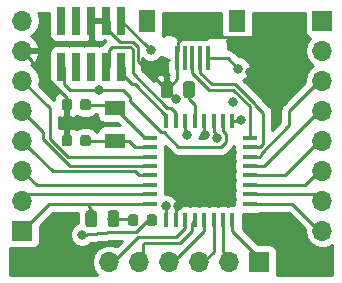
<source format=gbr>
G04 #@! TF.GenerationSoftware,KiCad,Pcbnew,(5.0.1)-rc2*
G04 #@! TF.CreationDate,2019-05-10T17:24:36-07:00*
G04 #@! TF.ProjectId,SAMD21E,53414D443231452E6B696361645F7063,rev?*
G04 #@! TF.SameCoordinates,Original*
G04 #@! TF.FileFunction,Copper,L1,Top,Signal*
G04 #@! TF.FilePolarity,Positive*
%FSLAX46Y46*%
G04 Gerber Fmt 4.6, Leading zero omitted, Abs format (unit mm)*
G04 Created by KiCad (PCBNEW (5.0.1)-rc2) date 5/10/2019 5:24:36 PM*
%MOMM*%
%LPD*%
G01*
G04 APERTURE LIST*
G04 #@! TA.AperFunction,Conductor*
%ADD10C,0.100000*%
G04 #@! TD*
G04 #@! TA.AperFunction,SMDPad,CuDef*
%ADD11C,0.875000*%
G04 #@! TD*
G04 #@! TA.AperFunction,SMDPad,CuDef*
%ADD12C,0.975000*%
G04 #@! TD*
G04 #@! TA.AperFunction,ComponentPad*
%ADD13R,1.700000X1.700000*%
G04 #@! TD*
G04 #@! TA.AperFunction,ComponentPad*
%ADD14O,1.700000X1.700000*%
G04 #@! TD*
G04 #@! TA.AperFunction,SMDPad,CuDef*
%ADD15R,0.740000X2.400000*%
G04 #@! TD*
G04 #@! TA.AperFunction,SMDPad,CuDef*
%ADD16R,0.449580X1.300480*%
G04 #@! TD*
G04 #@! TA.AperFunction,SMDPad,CuDef*
%ADD17R,1.300480X0.449580*%
G04 #@! TD*
G04 #@! TA.AperFunction,SMDPad,CuDef*
%ADD18R,1.800000X1.300000*%
G04 #@! TD*
G04 #@! TA.AperFunction,SMDPad,CuDef*
%ADD19R,0.400000X2.000000*%
G04 #@! TD*
G04 #@! TA.AperFunction,SMDPad,CuDef*
%ADD20R,1.400000X1.900000*%
G04 #@! TD*
G04 #@! TA.AperFunction,ViaPad*
%ADD21C,0.800000*%
G04 #@! TD*
G04 #@! TA.AperFunction,Conductor*
%ADD22C,0.250000*%
G04 #@! TD*
G04 #@! TA.AperFunction,Conductor*
%ADD23C,0.254000*%
G04 #@! TD*
G04 APERTURE END LIST*
D10*
G04 #@! TO.N,Net-(C1-Pad2)*
G04 #@! TO.C,C1*
G36*
X150608191Y-98078053D02*
X150629426Y-98081203D01*
X150650250Y-98086419D01*
X150670462Y-98093651D01*
X150689868Y-98102830D01*
X150708281Y-98113866D01*
X150725524Y-98126654D01*
X150741430Y-98141070D01*
X150755846Y-98156976D01*
X150768634Y-98174219D01*
X150779670Y-98192632D01*
X150788849Y-98212038D01*
X150796081Y-98232250D01*
X150801297Y-98253074D01*
X150804447Y-98274309D01*
X150805500Y-98295750D01*
X150805500Y-98808250D01*
X150804447Y-98829691D01*
X150801297Y-98850926D01*
X150796081Y-98871750D01*
X150788849Y-98891962D01*
X150779670Y-98911368D01*
X150768634Y-98929781D01*
X150755846Y-98947024D01*
X150741430Y-98962930D01*
X150725524Y-98977346D01*
X150708281Y-98990134D01*
X150689868Y-99001170D01*
X150670462Y-99010349D01*
X150650250Y-99017581D01*
X150629426Y-99022797D01*
X150608191Y-99025947D01*
X150586750Y-99027000D01*
X150149250Y-99027000D01*
X150127809Y-99025947D01*
X150106574Y-99022797D01*
X150085750Y-99017581D01*
X150065538Y-99010349D01*
X150046132Y-99001170D01*
X150027719Y-98990134D01*
X150010476Y-98977346D01*
X149994570Y-98962930D01*
X149980154Y-98947024D01*
X149967366Y-98929781D01*
X149956330Y-98911368D01*
X149947151Y-98891962D01*
X149939919Y-98871750D01*
X149934703Y-98850926D01*
X149931553Y-98829691D01*
X149930500Y-98808250D01*
X149930500Y-98295750D01*
X149931553Y-98274309D01*
X149934703Y-98253074D01*
X149939919Y-98232250D01*
X149947151Y-98212038D01*
X149956330Y-98192632D01*
X149967366Y-98174219D01*
X149980154Y-98156976D01*
X149994570Y-98141070D01*
X150010476Y-98126654D01*
X150027719Y-98113866D01*
X150046132Y-98102830D01*
X150065538Y-98093651D01*
X150085750Y-98086419D01*
X150106574Y-98081203D01*
X150127809Y-98078053D01*
X150149250Y-98077000D01*
X150586750Y-98077000D01*
X150608191Y-98078053D01*
X150608191Y-98078053D01*
G37*
D11*
G04 #@! TD*
G04 #@! TO.P,C1,2*
G04 #@! TO.N,Net-(C1-Pad2)*
X150368000Y-98552000D03*
D10*
G04 #@! TO.N,GND*
G04 #@! TO.C,C1*
G36*
X149033191Y-98078053D02*
X149054426Y-98081203D01*
X149075250Y-98086419D01*
X149095462Y-98093651D01*
X149114868Y-98102830D01*
X149133281Y-98113866D01*
X149150524Y-98126654D01*
X149166430Y-98141070D01*
X149180846Y-98156976D01*
X149193634Y-98174219D01*
X149204670Y-98192632D01*
X149213849Y-98212038D01*
X149221081Y-98232250D01*
X149226297Y-98253074D01*
X149229447Y-98274309D01*
X149230500Y-98295750D01*
X149230500Y-98808250D01*
X149229447Y-98829691D01*
X149226297Y-98850926D01*
X149221081Y-98871750D01*
X149213849Y-98891962D01*
X149204670Y-98911368D01*
X149193634Y-98929781D01*
X149180846Y-98947024D01*
X149166430Y-98962930D01*
X149150524Y-98977346D01*
X149133281Y-98990134D01*
X149114868Y-99001170D01*
X149095462Y-99010349D01*
X149075250Y-99017581D01*
X149054426Y-99022797D01*
X149033191Y-99025947D01*
X149011750Y-99027000D01*
X148574250Y-99027000D01*
X148552809Y-99025947D01*
X148531574Y-99022797D01*
X148510750Y-99017581D01*
X148490538Y-99010349D01*
X148471132Y-99001170D01*
X148452719Y-98990134D01*
X148435476Y-98977346D01*
X148419570Y-98962930D01*
X148405154Y-98947024D01*
X148392366Y-98929781D01*
X148381330Y-98911368D01*
X148372151Y-98891962D01*
X148364919Y-98871750D01*
X148359703Y-98850926D01*
X148356553Y-98829691D01*
X148355500Y-98808250D01*
X148355500Y-98295750D01*
X148356553Y-98274309D01*
X148359703Y-98253074D01*
X148364919Y-98232250D01*
X148372151Y-98212038D01*
X148381330Y-98192632D01*
X148392366Y-98174219D01*
X148405154Y-98156976D01*
X148419570Y-98141070D01*
X148435476Y-98126654D01*
X148452719Y-98113866D01*
X148471132Y-98102830D01*
X148490538Y-98093651D01*
X148510750Y-98086419D01*
X148531574Y-98081203D01*
X148552809Y-98078053D01*
X148574250Y-98077000D01*
X149011750Y-98077000D01*
X149033191Y-98078053D01*
X149033191Y-98078053D01*
G37*
D11*
G04 #@! TD*
G04 #@! TO.P,C1,1*
G04 #@! TO.N,GND*
X148793000Y-98552000D03*
D10*
G04 #@! TO.N,GND*
G04 #@! TO.C,C2*
G36*
X149033191Y-101126053D02*
X149054426Y-101129203D01*
X149075250Y-101134419D01*
X149095462Y-101141651D01*
X149114868Y-101150830D01*
X149133281Y-101161866D01*
X149150524Y-101174654D01*
X149166430Y-101189070D01*
X149180846Y-101204976D01*
X149193634Y-101222219D01*
X149204670Y-101240632D01*
X149213849Y-101260038D01*
X149221081Y-101280250D01*
X149226297Y-101301074D01*
X149229447Y-101322309D01*
X149230500Y-101343750D01*
X149230500Y-101856250D01*
X149229447Y-101877691D01*
X149226297Y-101898926D01*
X149221081Y-101919750D01*
X149213849Y-101939962D01*
X149204670Y-101959368D01*
X149193634Y-101977781D01*
X149180846Y-101995024D01*
X149166430Y-102010930D01*
X149150524Y-102025346D01*
X149133281Y-102038134D01*
X149114868Y-102049170D01*
X149095462Y-102058349D01*
X149075250Y-102065581D01*
X149054426Y-102070797D01*
X149033191Y-102073947D01*
X149011750Y-102075000D01*
X148574250Y-102075000D01*
X148552809Y-102073947D01*
X148531574Y-102070797D01*
X148510750Y-102065581D01*
X148490538Y-102058349D01*
X148471132Y-102049170D01*
X148452719Y-102038134D01*
X148435476Y-102025346D01*
X148419570Y-102010930D01*
X148405154Y-101995024D01*
X148392366Y-101977781D01*
X148381330Y-101959368D01*
X148372151Y-101939962D01*
X148364919Y-101919750D01*
X148359703Y-101898926D01*
X148356553Y-101877691D01*
X148355500Y-101856250D01*
X148355500Y-101343750D01*
X148356553Y-101322309D01*
X148359703Y-101301074D01*
X148364919Y-101280250D01*
X148372151Y-101260038D01*
X148381330Y-101240632D01*
X148392366Y-101222219D01*
X148405154Y-101204976D01*
X148419570Y-101189070D01*
X148435476Y-101174654D01*
X148452719Y-101161866D01*
X148471132Y-101150830D01*
X148490538Y-101141651D01*
X148510750Y-101134419D01*
X148531574Y-101129203D01*
X148552809Y-101126053D01*
X148574250Y-101125000D01*
X149011750Y-101125000D01*
X149033191Y-101126053D01*
X149033191Y-101126053D01*
G37*
D11*
G04 #@! TD*
G04 #@! TO.P,C2,1*
G04 #@! TO.N,GND*
X148793000Y-101600000D03*
D10*
G04 #@! TO.N,Net-(C2-Pad2)*
G04 #@! TO.C,C2*
G36*
X150608191Y-101126053D02*
X150629426Y-101129203D01*
X150650250Y-101134419D01*
X150670462Y-101141651D01*
X150689868Y-101150830D01*
X150708281Y-101161866D01*
X150725524Y-101174654D01*
X150741430Y-101189070D01*
X150755846Y-101204976D01*
X150768634Y-101222219D01*
X150779670Y-101240632D01*
X150788849Y-101260038D01*
X150796081Y-101280250D01*
X150801297Y-101301074D01*
X150804447Y-101322309D01*
X150805500Y-101343750D01*
X150805500Y-101856250D01*
X150804447Y-101877691D01*
X150801297Y-101898926D01*
X150796081Y-101919750D01*
X150788849Y-101939962D01*
X150779670Y-101959368D01*
X150768634Y-101977781D01*
X150755846Y-101995024D01*
X150741430Y-102010930D01*
X150725524Y-102025346D01*
X150708281Y-102038134D01*
X150689868Y-102049170D01*
X150670462Y-102058349D01*
X150650250Y-102065581D01*
X150629426Y-102070797D01*
X150608191Y-102073947D01*
X150586750Y-102075000D01*
X150149250Y-102075000D01*
X150127809Y-102073947D01*
X150106574Y-102070797D01*
X150085750Y-102065581D01*
X150065538Y-102058349D01*
X150046132Y-102049170D01*
X150027719Y-102038134D01*
X150010476Y-102025346D01*
X149994570Y-102010930D01*
X149980154Y-101995024D01*
X149967366Y-101977781D01*
X149956330Y-101959368D01*
X149947151Y-101939962D01*
X149939919Y-101919750D01*
X149934703Y-101898926D01*
X149931553Y-101877691D01*
X149930500Y-101856250D01*
X149930500Y-101343750D01*
X149931553Y-101322309D01*
X149934703Y-101301074D01*
X149939919Y-101280250D01*
X149947151Y-101260038D01*
X149956330Y-101240632D01*
X149967366Y-101222219D01*
X149980154Y-101204976D01*
X149994570Y-101189070D01*
X150010476Y-101174654D01*
X150027719Y-101161866D01*
X150046132Y-101150830D01*
X150065538Y-101141651D01*
X150085750Y-101134419D01*
X150106574Y-101129203D01*
X150127809Y-101126053D01*
X150149250Y-101125000D01*
X150586750Y-101125000D01*
X150608191Y-101126053D01*
X150608191Y-101126053D01*
G37*
D11*
G04 #@! TD*
G04 #@! TO.P,C2,2*
G04 #@! TO.N,Net-(C2-Pad2)*
X150368000Y-101600000D03*
D10*
G04 #@! TO.N,/VDDCORE*
G04 #@! TO.C,C8*
G36*
X159398642Y-96583174D02*
X159422303Y-96586684D01*
X159445507Y-96592496D01*
X159468029Y-96600554D01*
X159489653Y-96610782D01*
X159510170Y-96623079D01*
X159529383Y-96637329D01*
X159547107Y-96653393D01*
X159563171Y-96671117D01*
X159577421Y-96690330D01*
X159589718Y-96710847D01*
X159599946Y-96732471D01*
X159608004Y-96754993D01*
X159613816Y-96778197D01*
X159617326Y-96801858D01*
X159618500Y-96825750D01*
X159618500Y-97738250D01*
X159617326Y-97762142D01*
X159613816Y-97785803D01*
X159608004Y-97809007D01*
X159599946Y-97831529D01*
X159589718Y-97853153D01*
X159577421Y-97873670D01*
X159563171Y-97892883D01*
X159547107Y-97910607D01*
X159529383Y-97926671D01*
X159510170Y-97940921D01*
X159489653Y-97953218D01*
X159468029Y-97963446D01*
X159445507Y-97971504D01*
X159422303Y-97977316D01*
X159398642Y-97980826D01*
X159374750Y-97982000D01*
X158887250Y-97982000D01*
X158863358Y-97980826D01*
X158839697Y-97977316D01*
X158816493Y-97971504D01*
X158793971Y-97963446D01*
X158772347Y-97953218D01*
X158751830Y-97940921D01*
X158732617Y-97926671D01*
X158714893Y-97910607D01*
X158698829Y-97892883D01*
X158684579Y-97873670D01*
X158672282Y-97853153D01*
X158662054Y-97831529D01*
X158653996Y-97809007D01*
X158648184Y-97785803D01*
X158644674Y-97762142D01*
X158643500Y-97738250D01*
X158643500Y-96825750D01*
X158644674Y-96801858D01*
X158648184Y-96778197D01*
X158653996Y-96754993D01*
X158662054Y-96732471D01*
X158672282Y-96710847D01*
X158684579Y-96690330D01*
X158698829Y-96671117D01*
X158714893Y-96653393D01*
X158732617Y-96637329D01*
X158751830Y-96623079D01*
X158772347Y-96610782D01*
X158793971Y-96600554D01*
X158816493Y-96592496D01*
X158839697Y-96586684D01*
X158863358Y-96583174D01*
X158887250Y-96582000D01*
X159374750Y-96582000D01*
X159398642Y-96583174D01*
X159398642Y-96583174D01*
G37*
D12*
G04 #@! TD*
G04 #@! TO.P,C8,1*
G04 #@! TO.N,/VDDCORE*
X159131000Y-97282000D03*
D10*
G04 #@! TO.N,GND*
G04 #@! TO.C,C8*
G36*
X157523642Y-96583174D02*
X157547303Y-96586684D01*
X157570507Y-96592496D01*
X157593029Y-96600554D01*
X157614653Y-96610782D01*
X157635170Y-96623079D01*
X157654383Y-96637329D01*
X157672107Y-96653393D01*
X157688171Y-96671117D01*
X157702421Y-96690330D01*
X157714718Y-96710847D01*
X157724946Y-96732471D01*
X157733004Y-96754993D01*
X157738816Y-96778197D01*
X157742326Y-96801858D01*
X157743500Y-96825750D01*
X157743500Y-97738250D01*
X157742326Y-97762142D01*
X157738816Y-97785803D01*
X157733004Y-97809007D01*
X157724946Y-97831529D01*
X157714718Y-97853153D01*
X157702421Y-97873670D01*
X157688171Y-97892883D01*
X157672107Y-97910607D01*
X157654383Y-97926671D01*
X157635170Y-97940921D01*
X157614653Y-97953218D01*
X157593029Y-97963446D01*
X157570507Y-97971504D01*
X157547303Y-97977316D01*
X157523642Y-97980826D01*
X157499750Y-97982000D01*
X157012250Y-97982000D01*
X156988358Y-97980826D01*
X156964697Y-97977316D01*
X156941493Y-97971504D01*
X156918971Y-97963446D01*
X156897347Y-97953218D01*
X156876830Y-97940921D01*
X156857617Y-97926671D01*
X156839893Y-97910607D01*
X156823829Y-97892883D01*
X156809579Y-97873670D01*
X156797282Y-97853153D01*
X156787054Y-97831529D01*
X156778996Y-97809007D01*
X156773184Y-97785803D01*
X156769674Y-97762142D01*
X156768500Y-97738250D01*
X156768500Y-96825750D01*
X156769674Y-96801858D01*
X156773184Y-96778197D01*
X156778996Y-96754993D01*
X156787054Y-96732471D01*
X156797282Y-96710847D01*
X156809579Y-96690330D01*
X156823829Y-96671117D01*
X156839893Y-96653393D01*
X156857617Y-96637329D01*
X156876830Y-96623079D01*
X156897347Y-96610782D01*
X156918971Y-96600554D01*
X156941493Y-96592496D01*
X156964697Y-96586684D01*
X156988358Y-96583174D01*
X157012250Y-96582000D01*
X157499750Y-96582000D01*
X157523642Y-96583174D01*
X157523642Y-96583174D01*
G37*
D12*
G04 #@! TD*
G04 #@! TO.P,C8,2*
G04 #@! TO.N,GND*
X157256000Y-97282000D03*
D13*
G04 #@! TO.P,J2,1*
G04 #@! TO.N,/PA15*
X165100000Y-111887000D03*
D14*
G04 #@! TO.P,J2,2*
G04 #@! TO.N,/PA12*
X162560000Y-111887000D03*
G04 #@! TO.P,J2,3*
G04 #@! TO.N,/PA11*
X160020000Y-111887000D03*
G04 #@! TO.P,J2,4*
G04 #@! TO.N,/PA10*
X157480000Y-111887000D03*
G04 #@! TO.P,J2,5*
G04 #@! TO.N,/PA09*
X154940000Y-111887000D03*
G04 #@! TO.P,J2,6*
G04 #@! TO.N,/PA08*
X152400000Y-111887000D03*
G04 #@! TD*
D15*
G04 #@! TO.P,J5,1*
G04 #@! TO.N,Vdd*
X153416000Y-91440000D03*
G04 #@! TO.P,J5,2*
G04 #@! TO.N,/SWDIO*
X153416000Y-95340000D03*
G04 #@! TO.P,J5,3*
G04 #@! TO.N,GND*
X152146000Y-91440000D03*
G04 #@! TO.P,J5,4*
G04 #@! TO.N,/SWDCLK*
X152146000Y-95340000D03*
G04 #@! TO.P,J5,5*
G04 #@! TO.N,GND*
X150876000Y-91440000D03*
G04 #@! TO.P,J5,6*
G04 #@! TO.N,/SWO*
X150876000Y-95340000D03*
G04 #@! TO.P,J5,7*
G04 #@! TO.N,Net-(J5-Pad7)*
X149606000Y-91440000D03*
G04 #@! TO.P,J5,8*
G04 #@! TO.N,Net-(J5-Pad8)*
X149606000Y-95340000D03*
G04 #@! TO.P,J5,9*
G04 #@! TO.N,Net-(J5-Pad9)*
X148336000Y-91440000D03*
G04 #@! TO.P,J5,10*
G04 #@! TO.N,/RESET*
X148336000Y-95340000D03*
G04 #@! TD*
D16*
G04 #@! TO.P,U1,9*
G04 #@! TO.N,/VDDANA*
X157223460Y-108358940D03*
G04 #@! TO.P,U1,10*
G04 #@! TO.N,GND*
X158021020Y-108358940D03*
G04 #@! TO.P,U1,12*
G04 #@! TO.N,/PA09*
X159621220Y-108358940D03*
G04 #@! TO.P,U1,11*
G04 #@! TO.N,/PA08*
X158823660Y-108358940D03*
G04 #@! TO.P,U1,15*
G04 #@! TO.N,/PA12*
X162018980Y-108358940D03*
G04 #@! TO.P,U1,16*
G04 #@! TO.N,/PA15*
X162816540Y-108358940D03*
G04 #@! TO.P,U1,14*
G04 #@! TO.N,/PA11*
X161216340Y-108358940D03*
G04 #@! TO.P,U1,13*
G04 #@! TO.N,/PA10*
X160418780Y-108358940D03*
G04 #@! TO.P,U1,28*
G04 #@! TO.N,GND*
X160418780Y-99910900D03*
G04 #@! TO.P,U1,27*
G04 #@! TO.N,/PA28*
X161216340Y-99910900D03*
G04 #@! TO.P,U1,25*
G04 #@! TO.N,/PA27*
X162816540Y-99910900D03*
G04 #@! TO.P,U1,26*
G04 #@! TO.N,/RESET*
X162018980Y-99910900D03*
G04 #@! TO.P,U1,30*
G04 #@! TO.N,Vdd*
X158823660Y-99910900D03*
G04 #@! TO.P,U1,29*
G04 #@! TO.N,/VDDCORE*
X159621220Y-99910900D03*
G04 #@! TO.P,U1,31*
G04 #@! TO.N,/SWDCLK*
X158021020Y-99910900D03*
G04 #@! TO.P,U1,32*
G04 #@! TO.N,/SWDIO*
X157223460Y-99910900D03*
D17*
G04 #@! TO.P,U1,22*
G04 #@! TO.N,/PA23*
X164259260Y-102943660D03*
G04 #@! TO.P,U1,24*
G04 #@! TO.N,/USB_DP*
X164259260Y-101343460D03*
G04 #@! TO.P,U1,23*
G04 #@! TO.N,/USB_DM*
X164259260Y-102141020D03*
G04 #@! TO.P,U1,21*
G04 #@! TO.N,/PA22*
X164259260Y-103741220D03*
G04 #@! TO.P,U1,18*
G04 #@! TO.N,/PA17*
X164259260Y-106138980D03*
G04 #@! TO.P,U1,17*
G04 #@! TO.N,/PA16*
X164259260Y-106936540D03*
G04 #@! TO.P,U1,19*
G04 #@! TO.N,/PA18*
X164259260Y-105336340D03*
G04 #@! TO.P,U1,20*
G04 #@! TO.N,/PA19*
X164259260Y-104538780D03*
G04 #@! TO.P,U1,5*
G04 #@! TO.N,/PA04*
X155806140Y-104538780D03*
G04 #@! TO.P,U1,6*
G04 #@! TO.N,/PA05*
X155806140Y-105336340D03*
G04 #@! TO.P,U1,8*
G04 #@! TO.N,/PA07*
X155806140Y-106936540D03*
G04 #@! TO.P,U1,7*
G04 #@! TO.N,/PA06*
X155806140Y-106138980D03*
G04 #@! TO.P,U1,3*
G04 #@! TO.N,/PA02*
X155806140Y-102943660D03*
G04 #@! TO.P,U1,4*
G04 #@! TO.N,/PA03*
X155806140Y-103741220D03*
G04 #@! TO.P,U1,2*
G04 #@! TO.N,Net-(C2-Pad2)*
X155806140Y-102141020D03*
G04 #@! TO.P,U1,1*
G04 #@! TO.N,Net-(C1-Pad2)*
X155806140Y-101343460D03*
G04 #@! TD*
D18*
G04 #@! TO.P,Y1,1*
G04 #@! TO.N,Net-(C1-Pad2)*
X152908000Y-98800000D03*
G04 #@! TO.P,Y1,2*
G04 #@! TO.N,Net-(C2-Pad2)*
X152908000Y-101600000D03*
G04 #@! TD*
D14*
G04 #@! TO.P,J1,8*
G04 #@! TO.N,Vin*
X145034000Y-91440000D03*
G04 #@! TO.P,J1,7*
G04 #@! TO.N,GND*
X145034000Y-93980000D03*
G04 #@! TO.P,J1,6*
G04 #@! TO.N,/PA02*
X145034000Y-96520000D03*
G04 #@! TO.P,J1,5*
G04 #@! TO.N,/PA03*
X145034000Y-99060000D03*
G04 #@! TO.P,J1,4*
G04 #@! TO.N,/PA04*
X145034000Y-101600000D03*
G04 #@! TO.P,J1,3*
G04 #@! TO.N,/PA05*
X145034000Y-104140000D03*
G04 #@! TO.P,J1,2*
G04 #@! TO.N,/PA06*
X145034000Y-106680000D03*
D13*
G04 #@! TO.P,J1,1*
G04 #@! TO.N,/PA07*
X145034000Y-109220000D03*
G04 #@! TD*
G04 #@! TO.P,J3,1*
G04 #@! TO.N,/PA27*
X170434000Y-91440000D03*
D14*
G04 #@! TO.P,J3,2*
G04 #@! TO.N,/PA28*
X170434000Y-93980000D03*
G04 #@! TO.P,J3,3*
G04 #@! TO.N,/PA23*
X170434000Y-96520000D03*
G04 #@! TO.P,J3,4*
G04 #@! TO.N,/PA22*
X170434000Y-99060000D03*
G04 #@! TO.P,J3,5*
G04 #@! TO.N,/PA19*
X170434000Y-101600000D03*
G04 #@! TO.P,J3,6*
G04 #@! TO.N,/PA18*
X170434000Y-104140000D03*
G04 #@! TO.P,J3,7*
G04 #@! TO.N,/PA17*
X170434000Y-106680000D03*
G04 #@! TO.P,J3,8*
G04 #@! TO.N,/PA16*
X170434000Y-109220000D03*
G04 #@! TD*
D19*
G04 #@! TO.P,J4,5*
G04 #@! TO.N,GND*
X158116500Y-94612500D03*
G04 #@! TO.P,J4,4*
G04 #@! TO.N,Net-(J4-Pad4)*
X158766500Y-94612500D03*
G04 #@! TO.P,J4,3*
G04 #@! TO.N,/USB_DP*
X159416500Y-94612500D03*
G04 #@! TO.P,J4,2*
G04 #@! TO.N,/USB_DM*
X160066500Y-94612500D03*
G04 #@! TO.P,J4,1*
G04 #@! TO.N,Vin*
X160716500Y-94612500D03*
D20*
G04 #@! TO.P,J4,*
G04 #@! TO.N,*
X163216500Y-91512500D03*
X155616500Y-91512500D03*
G04 #@! TD*
D10*
G04 #@! TO.N,/PA07*
G04 #@! TO.C,D1*
G36*
X151122842Y-107515334D02*
X151146503Y-107518844D01*
X151169707Y-107524656D01*
X151192229Y-107532714D01*
X151213853Y-107542942D01*
X151234370Y-107555239D01*
X151253583Y-107569489D01*
X151271307Y-107585553D01*
X151287371Y-107603277D01*
X151301621Y-107622490D01*
X151313918Y-107643007D01*
X151324146Y-107664631D01*
X151332204Y-107687153D01*
X151338016Y-107710357D01*
X151341526Y-107734018D01*
X151342700Y-107757910D01*
X151342700Y-108670410D01*
X151341526Y-108694302D01*
X151338016Y-108717963D01*
X151332204Y-108741167D01*
X151324146Y-108763689D01*
X151313918Y-108785313D01*
X151301621Y-108805830D01*
X151287371Y-108825043D01*
X151271307Y-108842767D01*
X151253583Y-108858831D01*
X151234370Y-108873081D01*
X151213853Y-108885378D01*
X151192229Y-108895606D01*
X151169707Y-108903664D01*
X151146503Y-108909476D01*
X151122842Y-108912986D01*
X151098950Y-108914160D01*
X150611450Y-108914160D01*
X150587558Y-108912986D01*
X150563897Y-108909476D01*
X150540693Y-108903664D01*
X150518171Y-108895606D01*
X150496547Y-108885378D01*
X150476030Y-108873081D01*
X150456817Y-108858831D01*
X150439093Y-108842767D01*
X150423029Y-108825043D01*
X150408779Y-108805830D01*
X150396482Y-108785313D01*
X150386254Y-108763689D01*
X150378196Y-108741167D01*
X150372384Y-108717963D01*
X150368874Y-108694302D01*
X150367700Y-108670410D01*
X150367700Y-107757910D01*
X150368874Y-107734018D01*
X150372384Y-107710357D01*
X150378196Y-107687153D01*
X150386254Y-107664631D01*
X150396482Y-107643007D01*
X150408779Y-107622490D01*
X150423029Y-107603277D01*
X150439093Y-107585553D01*
X150456817Y-107569489D01*
X150476030Y-107555239D01*
X150496547Y-107542942D01*
X150518171Y-107532714D01*
X150540693Y-107524656D01*
X150563897Y-107518844D01*
X150587558Y-107515334D01*
X150611450Y-107514160D01*
X151098950Y-107514160D01*
X151122842Y-107515334D01*
X151122842Y-107515334D01*
G37*
D12*
G04 #@! TD*
G04 #@! TO.P,D1,1*
G04 #@! TO.N,/PA07*
X150855200Y-108214160D03*
D10*
G04 #@! TO.N,Net-(D1-Pad2)*
G04 #@! TO.C,D1*
G36*
X152997842Y-107515334D02*
X153021503Y-107518844D01*
X153044707Y-107524656D01*
X153067229Y-107532714D01*
X153088853Y-107542942D01*
X153109370Y-107555239D01*
X153128583Y-107569489D01*
X153146307Y-107585553D01*
X153162371Y-107603277D01*
X153176621Y-107622490D01*
X153188918Y-107643007D01*
X153199146Y-107664631D01*
X153207204Y-107687153D01*
X153213016Y-107710357D01*
X153216526Y-107734018D01*
X153217700Y-107757910D01*
X153217700Y-108670410D01*
X153216526Y-108694302D01*
X153213016Y-108717963D01*
X153207204Y-108741167D01*
X153199146Y-108763689D01*
X153188918Y-108785313D01*
X153176621Y-108805830D01*
X153162371Y-108825043D01*
X153146307Y-108842767D01*
X153128583Y-108858831D01*
X153109370Y-108873081D01*
X153088853Y-108885378D01*
X153067229Y-108895606D01*
X153044707Y-108903664D01*
X153021503Y-108909476D01*
X152997842Y-108912986D01*
X152973950Y-108914160D01*
X152486450Y-108914160D01*
X152462558Y-108912986D01*
X152438897Y-108909476D01*
X152415693Y-108903664D01*
X152393171Y-108895606D01*
X152371547Y-108885378D01*
X152351030Y-108873081D01*
X152331817Y-108858831D01*
X152314093Y-108842767D01*
X152298029Y-108825043D01*
X152283779Y-108805830D01*
X152271482Y-108785313D01*
X152261254Y-108763689D01*
X152253196Y-108741167D01*
X152247384Y-108717963D01*
X152243874Y-108694302D01*
X152242700Y-108670410D01*
X152242700Y-107757910D01*
X152243874Y-107734018D01*
X152247384Y-107710357D01*
X152253196Y-107687153D01*
X152261254Y-107664631D01*
X152271482Y-107643007D01*
X152283779Y-107622490D01*
X152298029Y-107603277D01*
X152314093Y-107585553D01*
X152331817Y-107569489D01*
X152351030Y-107555239D01*
X152371547Y-107542942D01*
X152393171Y-107532714D01*
X152415693Y-107524656D01*
X152438897Y-107518844D01*
X152462558Y-107515334D01*
X152486450Y-107514160D01*
X152973950Y-107514160D01*
X152997842Y-107515334D01*
X152997842Y-107515334D01*
G37*
D12*
G04 #@! TD*
G04 #@! TO.P,D1,2*
G04 #@! TO.N,Net-(D1-Pad2)*
X152730200Y-108214160D03*
D10*
G04 #@! TO.N,Vdd*
G04 #@! TO.C,R2*
G36*
X156221591Y-107851973D02*
X156242826Y-107855123D01*
X156263650Y-107860339D01*
X156283862Y-107867571D01*
X156303268Y-107876750D01*
X156321681Y-107887786D01*
X156338924Y-107900574D01*
X156354830Y-107914990D01*
X156369246Y-107930896D01*
X156382034Y-107948139D01*
X156393070Y-107966552D01*
X156402249Y-107985958D01*
X156409481Y-108006170D01*
X156414697Y-108026994D01*
X156417847Y-108048229D01*
X156418900Y-108069670D01*
X156418900Y-108582170D01*
X156417847Y-108603611D01*
X156414697Y-108624846D01*
X156409481Y-108645670D01*
X156402249Y-108665882D01*
X156393070Y-108685288D01*
X156382034Y-108703701D01*
X156369246Y-108720944D01*
X156354830Y-108736850D01*
X156338924Y-108751266D01*
X156321681Y-108764054D01*
X156303268Y-108775090D01*
X156283862Y-108784269D01*
X156263650Y-108791501D01*
X156242826Y-108796717D01*
X156221591Y-108799867D01*
X156200150Y-108800920D01*
X155762650Y-108800920D01*
X155741209Y-108799867D01*
X155719974Y-108796717D01*
X155699150Y-108791501D01*
X155678938Y-108784269D01*
X155659532Y-108775090D01*
X155641119Y-108764054D01*
X155623876Y-108751266D01*
X155607970Y-108736850D01*
X155593554Y-108720944D01*
X155580766Y-108703701D01*
X155569730Y-108685288D01*
X155560551Y-108665882D01*
X155553319Y-108645670D01*
X155548103Y-108624846D01*
X155544953Y-108603611D01*
X155543900Y-108582170D01*
X155543900Y-108069670D01*
X155544953Y-108048229D01*
X155548103Y-108026994D01*
X155553319Y-108006170D01*
X155560551Y-107985958D01*
X155569730Y-107966552D01*
X155580766Y-107948139D01*
X155593554Y-107930896D01*
X155607970Y-107914990D01*
X155623876Y-107900574D01*
X155641119Y-107887786D01*
X155659532Y-107876750D01*
X155678938Y-107867571D01*
X155699150Y-107860339D01*
X155719974Y-107855123D01*
X155741209Y-107851973D01*
X155762650Y-107850920D01*
X156200150Y-107850920D01*
X156221591Y-107851973D01*
X156221591Y-107851973D01*
G37*
D11*
G04 #@! TD*
G04 #@! TO.P,R2,1*
G04 #@! TO.N,Vdd*
X155981400Y-108325920D03*
D10*
G04 #@! TO.N,Net-(D1-Pad2)*
G04 #@! TO.C,R2*
G36*
X154646591Y-107851973D02*
X154667826Y-107855123D01*
X154688650Y-107860339D01*
X154708862Y-107867571D01*
X154728268Y-107876750D01*
X154746681Y-107887786D01*
X154763924Y-107900574D01*
X154779830Y-107914990D01*
X154794246Y-107930896D01*
X154807034Y-107948139D01*
X154818070Y-107966552D01*
X154827249Y-107985958D01*
X154834481Y-108006170D01*
X154839697Y-108026994D01*
X154842847Y-108048229D01*
X154843900Y-108069670D01*
X154843900Y-108582170D01*
X154842847Y-108603611D01*
X154839697Y-108624846D01*
X154834481Y-108645670D01*
X154827249Y-108665882D01*
X154818070Y-108685288D01*
X154807034Y-108703701D01*
X154794246Y-108720944D01*
X154779830Y-108736850D01*
X154763924Y-108751266D01*
X154746681Y-108764054D01*
X154728268Y-108775090D01*
X154708862Y-108784269D01*
X154688650Y-108791501D01*
X154667826Y-108796717D01*
X154646591Y-108799867D01*
X154625150Y-108800920D01*
X154187650Y-108800920D01*
X154166209Y-108799867D01*
X154144974Y-108796717D01*
X154124150Y-108791501D01*
X154103938Y-108784269D01*
X154084532Y-108775090D01*
X154066119Y-108764054D01*
X154048876Y-108751266D01*
X154032970Y-108736850D01*
X154018554Y-108720944D01*
X154005766Y-108703701D01*
X153994730Y-108685288D01*
X153985551Y-108665882D01*
X153978319Y-108645670D01*
X153973103Y-108624846D01*
X153969953Y-108603611D01*
X153968900Y-108582170D01*
X153968900Y-108069670D01*
X153969953Y-108048229D01*
X153973103Y-108026994D01*
X153978319Y-108006170D01*
X153985551Y-107985958D01*
X153994730Y-107966552D01*
X154005766Y-107948139D01*
X154018554Y-107930896D01*
X154032970Y-107914990D01*
X154048876Y-107900574D01*
X154066119Y-107887786D01*
X154084532Y-107876750D01*
X154103938Y-107867571D01*
X154124150Y-107860339D01*
X154144974Y-107855123D01*
X154166209Y-107851973D01*
X154187650Y-107850920D01*
X154625150Y-107850920D01*
X154646591Y-107851973D01*
X154646591Y-107851973D01*
G37*
D11*
G04 #@! TD*
G04 #@! TO.P,R2,2*
G04 #@! TO.N,Net-(D1-Pad2)*
X154406400Y-108325920D03*
D21*
G04 #@! TO.N,GND*
X160528000Y-101092000D03*
X164338000Y-95758000D03*
X158162503Y-107124500D03*
X165227000Y-108966000D03*
X168719500Y-112141000D03*
X167576500Y-108775500D03*
X165544500Y-91821000D03*
X159512000Y-92456000D03*
X146939000Y-93980000D03*
X147637500Y-97409000D03*
X148971000Y-99885500D03*
X151320500Y-100076000D03*
X158051500Y-98044000D03*
X147807680Y-108712000D03*
X148097240Y-111643160D03*
G04 #@! TO.N,Vdd*
X159004000Y-101092000D03*
X162872847Y-98366153D03*
X155892500Y-93916500D03*
X150073360Y-109570520D03*
G04 #@! TO.N,Vin*
X163322000Y-95504000D03*
G04 #@! TO.N,/VDDANA*
X157162500Y-107124500D03*
G04 #@! TO.N,/RESET*
X151511000Y-97345500D03*
G04 #@! TO.N,/PA28*
X161544000Y-101346000D03*
G04 #@! TO.N,/PA27*
X163534260Y-99822000D03*
G04 #@! TD*
D22*
G04 #@! TO.N,Net-(C1-Pad2)*
X152908000Y-98800000D02*
X153158000Y-98800000D01*
X152660000Y-98552000D02*
X152908000Y-98800000D01*
X150368000Y-98552000D02*
X152660000Y-98552000D01*
X152908000Y-98870770D02*
X152908000Y-98800000D01*
X155380690Y-101343460D02*
X152908000Y-98870770D01*
X155806140Y-101343460D02*
X155380690Y-101343460D01*
G04 #@! TO.N,GND*
X151130000Y-91440000D02*
X152400000Y-91440000D01*
X152400000Y-91440000D02*
X152400000Y-92325002D01*
X160418780Y-99910900D02*
X160418780Y-100982780D01*
X160418780Y-100982780D02*
X160528000Y-101092000D01*
X152400000Y-92325002D02*
X153292998Y-93218000D01*
X153292998Y-93218000D02*
X154368500Y-93218000D01*
X154749500Y-93628088D02*
X154815011Y-93693599D01*
X154368500Y-93218000D02*
X154749500Y-93599000D01*
X154749500Y-93599000D02*
X154749500Y-93628088D01*
X154815011Y-94841011D02*
X156176500Y-96202500D01*
X154815011Y-93693599D02*
X154815011Y-94841011D01*
X155956000Y-95982000D02*
X156176500Y-96202500D01*
X156176500Y-96202500D02*
X157256000Y-97282000D01*
X158116500Y-96421500D02*
X157256000Y-97282000D01*
X158116500Y-94612500D02*
X158116500Y-96421500D01*
X148793000Y-101600000D02*
X148793000Y-98552000D01*
X145883999Y-94829999D02*
X145034000Y-93980000D01*
X145883999Y-95043001D02*
X145883999Y-94829999D01*
X148793000Y-97952002D02*
X145883999Y-95043001D01*
X148793000Y-98552000D02*
X148793000Y-97952002D01*
X158021020Y-108358940D02*
X158021020Y-107265983D01*
X158021020Y-107265983D02*
X158162503Y-107124500D01*
X158946315Y-92456000D02*
X159512000Y-92456000D01*
X158166501Y-93235814D02*
X158946315Y-92456000D01*
X158166501Y-94022501D02*
X158166501Y-93235814D01*
X158116500Y-94072502D02*
X158166501Y-94022501D01*
X158116500Y-94612500D02*
X158116500Y-94072502D01*
X158018000Y-98044000D02*
X157256000Y-97282000D01*
X158051500Y-98044000D02*
X158018000Y-98044000D01*
X159911999Y-92855999D02*
X159512000Y-92456000D01*
X164509501Y-92855999D02*
X159911999Y-92855999D01*
X165544500Y-91821000D02*
X164509501Y-92855999D01*
X165544500Y-94551500D02*
X165544500Y-91821000D01*
X164338000Y-95758000D02*
X165544500Y-94551500D01*
G04 #@! TO.N,Net-(C2-Pad2)*
X150368000Y-101600000D02*
X152908000Y-101600000D01*
X154905900Y-102141020D02*
X155806140Y-102141020D01*
X154599020Y-102141020D02*
X154905900Y-102141020D01*
X154058000Y-101600000D02*
X154599020Y-102141020D01*
X152908000Y-101600000D02*
X154058000Y-101600000D01*
G04 #@! TO.N,Vdd*
X158823660Y-99910900D02*
X158823660Y-100911660D01*
X158823660Y-100911660D02*
X159004000Y-101092000D01*
X150073360Y-109570520D02*
X152626799Y-109341490D01*
X152626799Y-109341490D02*
X154634824Y-109341490D01*
X154634824Y-109341490D02*
X155650394Y-108325920D01*
X155650394Y-108325920D02*
X155981400Y-108325920D01*
X155492501Y-93516501D02*
X153416000Y-91440000D01*
X155892500Y-93916500D02*
X155492501Y-93516501D01*
G04 #@! TO.N,Vin*
X162430500Y-94612500D02*
X163322000Y-95504000D01*
X160716500Y-94612500D02*
X162430500Y-94612500D01*
G04 #@! TO.N,/VDDANA*
X157223460Y-108358940D02*
X157223460Y-107185460D01*
X157223460Y-107185460D02*
X157162500Y-107124500D01*
G04 #@! TO.N,/VDDCORE*
X159621220Y-99010660D02*
X159621220Y-99910900D01*
X159621220Y-98572220D02*
X159621220Y-99010660D01*
X159131000Y-98082000D02*
X159621220Y-98572220D01*
X159131000Y-97282000D02*
X159131000Y-98082000D01*
G04 #@! TO.N,/PA23*
X165246119Y-102690811D02*
X167640000Y-100296930D01*
X167640000Y-99060000D02*
X170180000Y-96520000D01*
X167640000Y-100296930D02*
X167640000Y-99060000D01*
X165159500Y-102943660D02*
X164259260Y-102943660D01*
X165246119Y-102857041D02*
X165159500Y-102943660D01*
X165246119Y-102690811D02*
X165246119Y-102857041D01*
G04 #@! TO.N,/USB_DP*
X164259260Y-98679564D02*
X164259260Y-101343460D01*
X162867205Y-97287509D02*
X164259260Y-98679564D01*
X160841509Y-97287509D02*
X162867205Y-97287509D01*
X159416500Y-94612500D02*
X159416500Y-95862500D01*
X160841509Y-97278009D02*
X160841509Y-97287509D01*
X159426000Y-95862500D02*
X160841509Y-97278009D01*
X159416500Y-95862500D02*
X159426000Y-95862500D01*
G04 #@! TO.N,/USB_DM*
X165159500Y-102141020D02*
X164259260Y-102141020D01*
X160066500Y-95862500D02*
X161041500Y-96837500D01*
X160066500Y-94612500D02*
X160066500Y-95862500D01*
X163053606Y-96837500D02*
X164709269Y-98493163D01*
X161041500Y-96837500D02*
X163053606Y-96837500D01*
X164709269Y-98493163D02*
X164709269Y-98542269D01*
X165417500Y-99250500D02*
X165417500Y-101883020D01*
X164709269Y-98542269D02*
X165417500Y-99250500D01*
X165417500Y-101883020D02*
X165159500Y-102141020D01*
G04 #@! TO.N,/SWDIO*
X153670000Y-96170000D02*
X153670000Y-95340000D01*
X154290000Y-96790000D02*
X153670000Y-96170000D01*
X154532079Y-96790000D02*
X154290000Y-96790000D01*
X157223460Y-99481381D02*
X154532079Y-96790000D01*
X157223460Y-99910900D02*
X157223460Y-99481381D01*
G04 #@! TO.N,/SWDCLK*
X152621990Y-93668010D02*
X152400000Y-93890000D01*
X152400000Y-93890000D02*
X152400000Y-95340000D01*
X154153012Y-93668010D02*
X152621990Y-93668010D01*
X154365001Y-93879999D02*
X154153012Y-93668010D01*
X154365001Y-95895351D02*
X154365001Y-93879999D01*
X157275650Y-98806000D02*
X154365001Y-95895351D01*
X157578592Y-98806000D02*
X157275650Y-98806000D01*
X158021020Y-99248428D02*
X157578592Y-98806000D01*
X158021020Y-99910900D02*
X158021020Y-99248428D01*
G04 #@! TO.N,/RESET*
X162018980Y-99910900D02*
X162018980Y-100674022D01*
X149082000Y-97282000D02*
X148590000Y-96790000D01*
X148590000Y-96790000D02*
X148590000Y-95340000D01*
X150881815Y-97282000D02*
X150749000Y-97282000D01*
X150945315Y-97345500D02*
X150881815Y-97282000D01*
X151511000Y-97345500D02*
X150945315Y-97345500D01*
X150749000Y-97282000D02*
X149082000Y-97282000D01*
X154133001Y-97889999D02*
X153525002Y-97282000D01*
X154133001Y-98280473D02*
X154133001Y-97889999D01*
X153525002Y-97282000D02*
X150749000Y-97282000D01*
X156738669Y-100886141D02*
X154133001Y-98280473D01*
X162018980Y-99910900D02*
X162018980Y-100747978D01*
X162018980Y-100747978D02*
X162269001Y-100997999D01*
X157020141Y-100886141D02*
X156738669Y-100886141D01*
X162269001Y-100997999D02*
X162269001Y-101694001D01*
X162269001Y-101694001D02*
X161855002Y-102108000D01*
X161855002Y-102108000D02*
X158242000Y-102108000D01*
X158242000Y-102108000D02*
X157020141Y-100886141D01*
G04 #@! TO.N,/PA02*
X147383500Y-98869500D02*
X145034000Y-96520000D01*
X147383500Y-101434494D02*
X147383500Y-98869500D01*
X155806140Y-102943660D02*
X148892666Y-102943660D01*
X148892666Y-102943660D02*
X147383500Y-101434494D01*
G04 #@! TO.N,/PA03*
X149053816Y-103741220D02*
X146812000Y-101499404D01*
X155806140Y-103741220D02*
X149053816Y-103741220D01*
X146812000Y-100838000D02*
X145034000Y-99060000D01*
X146812000Y-101499404D02*
X146812000Y-100838000D01*
G04 #@! TO.N,/PA04*
X145883999Y-102449999D02*
X145034000Y-101600000D01*
X147625230Y-104191230D02*
X145883999Y-102449999D01*
X154558350Y-104191230D02*
X147625230Y-104191230D01*
X154905900Y-104538780D02*
X154558350Y-104191230D01*
X155806140Y-104538780D02*
X154905900Y-104538780D01*
G04 #@! TO.N,/PA05*
X146230340Y-105336340D02*
X145034000Y-104140000D01*
X155806140Y-105336340D02*
X146230340Y-105336340D01*
G04 #@! TO.N,/PA06*
X145575020Y-106138980D02*
X145034000Y-106680000D01*
X155806140Y-106138980D02*
X145575020Y-106138980D01*
G04 #@! TO.N,/PA07*
X147317460Y-106936540D02*
X145034000Y-109220000D01*
X150677880Y-107236840D02*
X150677880Y-106936540D01*
X150855200Y-107414160D02*
X150677880Y-107236840D01*
X150855200Y-108214160D02*
X150855200Y-107414160D01*
X155806140Y-106936540D02*
X150677880Y-106936540D01*
X150677880Y-106936540D02*
X147317460Y-106936540D01*
G04 #@! TO.N,/PA28*
X161544000Y-101138800D02*
X161544000Y-101346000D01*
X161216340Y-99910900D02*
X161216340Y-100811140D01*
X161216340Y-100811140D02*
X161544000Y-101138800D01*
G04 #@! TO.N,/PA27*
X162816540Y-99910900D02*
X163445360Y-99910900D01*
X163445360Y-99910900D02*
X163534260Y-99822000D01*
G04 #@! TO.N,/PA22*
X165498780Y-103741220D02*
X170180000Y-99060000D01*
X164259260Y-103741220D02*
X165498780Y-103741220D01*
G04 #@! TO.N,/PA19*
X167241220Y-104538780D02*
X170180000Y-101600000D01*
X164259260Y-104538780D02*
X167241220Y-104538780D01*
G04 #@! TO.N,/PA18*
X168983660Y-105336340D02*
X170180000Y-104140000D01*
X164259260Y-105336340D02*
X168983660Y-105336340D01*
G04 #@! TO.N,/PA08*
X158823660Y-109016332D02*
X158048492Y-109791500D01*
X158823660Y-108358940D02*
X158823660Y-109016332D01*
X154813000Y-109791500D02*
X152717500Y-111887000D01*
X158048492Y-109791500D02*
X154813000Y-109791500D01*
G04 #@! TO.N,/PA09*
X158401122Y-110241510D02*
X155384500Y-110241510D01*
X159373451Y-109269181D02*
X158401122Y-110241510D01*
X159373451Y-108596549D02*
X159373451Y-109269181D01*
X159621220Y-108358940D02*
X159611060Y-108358940D01*
X159611060Y-108358940D02*
X159373451Y-108596549D01*
X155257500Y-110368510D02*
X155257500Y-111887000D01*
X155384500Y-110241510D02*
X155257500Y-110368510D01*
G04 #@! TO.N,/PA10*
X160418780Y-109265720D02*
X157797500Y-111887000D01*
X160418780Y-108358940D02*
X160418780Y-109265720D01*
G04 #@! TO.N,/PA11*
X161216340Y-111008160D02*
X160337500Y-111887000D01*
X161216340Y-108358940D02*
X161216340Y-111008160D01*
G04 #@! TO.N,/PA12*
X162018980Y-111028480D02*
X162877500Y-111887000D01*
X162018980Y-108358940D02*
X162018980Y-111028480D01*
G04 #@! TO.N,/PA15*
X162816540Y-109286040D02*
X165417500Y-111887000D01*
X162816540Y-108358940D02*
X162816540Y-109286040D01*
G04 #@! TO.N,/PA16*
X167896540Y-106936540D02*
X170180000Y-109220000D01*
X164259260Y-106936540D02*
X167896540Y-106936540D01*
G04 #@! TO.N,/PA17*
X169638980Y-106138980D02*
X170180000Y-106680000D01*
X164259260Y-106138980D02*
X169638980Y-106138980D01*
G04 #@! TO.N,Net-(D1-Pad2)*
X154294640Y-108214160D02*
X154406400Y-108325920D01*
X152730200Y-108214160D02*
X154294640Y-108214160D01*
G04 #@! TD*
D23*
G04 #@! TO.N,GND*
G36*
X168950650Y-109065451D02*
X168919908Y-109220000D01*
X169035161Y-109799418D01*
X169363375Y-110290625D01*
X169854582Y-110618839D01*
X170287744Y-110705000D01*
X170580256Y-110705000D01*
X171013418Y-110618839D01*
X171248001Y-110462096D01*
X171248001Y-112955000D01*
X166554078Y-112955000D01*
X166597440Y-112737000D01*
X166597440Y-111037000D01*
X166548157Y-110789235D01*
X166407809Y-110579191D01*
X166197765Y-110438843D01*
X165950000Y-110389560D01*
X164994862Y-110389560D01*
X163676445Y-109071144D01*
X163688770Y-109009180D01*
X163688770Y-107808770D01*
X164909500Y-107808770D01*
X165157265Y-107759487D01*
X165251471Y-107696540D01*
X167581739Y-107696540D01*
X168950650Y-109065451D01*
X168950650Y-109065451D01*
G37*
X168950650Y-109065451D02*
X168919908Y-109220000D01*
X169035161Y-109799418D01*
X169363375Y-110290625D01*
X169854582Y-110618839D01*
X170287744Y-110705000D01*
X170580256Y-110705000D01*
X171013418Y-110618839D01*
X171248001Y-110462096D01*
X171248001Y-112955000D01*
X166554078Y-112955000D01*
X166597440Y-112737000D01*
X166597440Y-111037000D01*
X166548157Y-110789235D01*
X166407809Y-110579191D01*
X166197765Y-110438843D01*
X165950000Y-110389560D01*
X164994862Y-110389560D01*
X163676445Y-109071144D01*
X163688770Y-109009180D01*
X163688770Y-107808770D01*
X164909500Y-107808770D01*
X165157265Y-107759487D01*
X165251471Y-107696540D01*
X167581739Y-107696540D01*
X168950650Y-109065451D01*
G36*
X149720260Y-107757910D02*
X149720260Y-108596503D01*
X149487080Y-108693089D01*
X149195929Y-108984240D01*
X149038360Y-109364646D01*
X149038360Y-109776394D01*
X149195929Y-110156800D01*
X149487080Y-110447951D01*
X149867486Y-110605520D01*
X150279234Y-110605520D01*
X150659640Y-110447951D01*
X150843058Y-110264533D01*
X152660813Y-110101490D01*
X153428208Y-110101490D01*
X153016656Y-110513043D01*
X152979418Y-110488161D01*
X152546256Y-110402000D01*
X152253744Y-110402000D01*
X151820582Y-110488161D01*
X151329375Y-110816375D01*
X151001161Y-111307582D01*
X150885908Y-111887000D01*
X151001161Y-112466418D01*
X151327621Y-112955000D01*
X143962192Y-112955000D01*
X143949912Y-110670878D01*
X144184000Y-110717440D01*
X145884000Y-110717440D01*
X146131765Y-110668157D01*
X146341809Y-110527809D01*
X146482157Y-110317765D01*
X146531440Y-110070000D01*
X146531440Y-108797361D01*
X147632262Y-107696540D01*
X149732467Y-107696540D01*
X149720260Y-107757910D01*
X149720260Y-107757910D01*
G37*
X149720260Y-107757910D02*
X149720260Y-108596503D01*
X149487080Y-108693089D01*
X149195929Y-108984240D01*
X149038360Y-109364646D01*
X149038360Y-109776394D01*
X149195929Y-110156800D01*
X149487080Y-110447951D01*
X149867486Y-110605520D01*
X150279234Y-110605520D01*
X150659640Y-110447951D01*
X150843058Y-110264533D01*
X152660813Y-110101490D01*
X153428208Y-110101490D01*
X153016656Y-110513043D01*
X152979418Y-110488161D01*
X152546256Y-110402000D01*
X152253744Y-110402000D01*
X151820582Y-110488161D01*
X151329375Y-110816375D01*
X151001161Y-111307582D01*
X150885908Y-111887000D01*
X151001161Y-112466418D01*
X151327621Y-112955000D01*
X143962192Y-112955000D01*
X143949912Y-110670878D01*
X144184000Y-110717440D01*
X145884000Y-110717440D01*
X146131765Y-110668157D01*
X146341809Y-110527809D01*
X146482157Y-110317765D01*
X146531440Y-110070000D01*
X146531440Y-108797361D01*
X147632262Y-107696540D01*
X149732467Y-107696540D01*
X149720260Y-107757910D01*
G36*
X162961580Y-102365810D02*
X162996694Y-102542340D01*
X162961580Y-102718870D01*
X162961580Y-103168450D01*
X162996188Y-103342440D01*
X162961580Y-103516430D01*
X162961580Y-103966010D01*
X162996188Y-104140000D01*
X162961580Y-104313990D01*
X162961580Y-104763570D01*
X162996188Y-104937560D01*
X162961580Y-105111550D01*
X162961580Y-105561130D01*
X162996694Y-105737660D01*
X162961580Y-105914190D01*
X162961580Y-106363770D01*
X162996188Y-106537760D01*
X162961580Y-106711750D01*
X162961580Y-107061260D01*
X162591750Y-107061260D01*
X162417760Y-107095868D01*
X162243770Y-107061260D01*
X161794190Y-107061260D01*
X161617660Y-107096374D01*
X161441130Y-107061260D01*
X160991550Y-107061260D01*
X160817560Y-107095868D01*
X160643570Y-107061260D01*
X160193990Y-107061260D01*
X160020000Y-107095868D01*
X159846010Y-107061260D01*
X159396430Y-107061260D01*
X159222440Y-107095868D01*
X159048450Y-107061260D01*
X158598870Y-107061260D01*
X158425393Y-107095766D01*
X158372120Y-107073700D01*
X158292165Y-107073700D01*
X158197500Y-107168365D01*
X158197500Y-106918626D01*
X158039931Y-106538220D01*
X157748780Y-106247069D01*
X157368374Y-106089500D01*
X157103820Y-106089500D01*
X157103820Y-105914190D01*
X157068706Y-105737660D01*
X157103820Y-105561130D01*
X157103820Y-105111550D01*
X157069212Y-104937560D01*
X157103820Y-104763570D01*
X157103820Y-104313990D01*
X157069212Y-104140000D01*
X157103820Y-103966010D01*
X157103820Y-103516430D01*
X157069212Y-103342440D01*
X157103820Y-103168450D01*
X157103820Y-102718870D01*
X157068706Y-102542340D01*
X157103820Y-102365810D01*
X157103820Y-102044622D01*
X157651671Y-102592473D01*
X157694071Y-102655929D01*
X157945463Y-102823904D01*
X158167148Y-102868000D01*
X158167152Y-102868000D01*
X158242000Y-102882888D01*
X158316848Y-102868000D01*
X161780155Y-102868000D01*
X161855002Y-102882888D01*
X161929849Y-102868000D01*
X161929854Y-102868000D01*
X162151539Y-102823904D01*
X162402931Y-102655929D01*
X162445333Y-102592470D01*
X162753471Y-102284332D01*
X162816930Y-102241930D01*
X162961580Y-102025446D01*
X162961580Y-102365810D01*
X162961580Y-102365810D01*
G37*
X162961580Y-102365810D02*
X162996694Y-102542340D01*
X162961580Y-102718870D01*
X162961580Y-103168450D01*
X162996188Y-103342440D01*
X162961580Y-103516430D01*
X162961580Y-103966010D01*
X162996188Y-104140000D01*
X162961580Y-104313990D01*
X162961580Y-104763570D01*
X162996188Y-104937560D01*
X162961580Y-105111550D01*
X162961580Y-105561130D01*
X162996694Y-105737660D01*
X162961580Y-105914190D01*
X162961580Y-106363770D01*
X162996188Y-106537760D01*
X162961580Y-106711750D01*
X162961580Y-107061260D01*
X162591750Y-107061260D01*
X162417760Y-107095868D01*
X162243770Y-107061260D01*
X161794190Y-107061260D01*
X161617660Y-107096374D01*
X161441130Y-107061260D01*
X160991550Y-107061260D01*
X160817560Y-107095868D01*
X160643570Y-107061260D01*
X160193990Y-107061260D01*
X160020000Y-107095868D01*
X159846010Y-107061260D01*
X159396430Y-107061260D01*
X159222440Y-107095868D01*
X159048450Y-107061260D01*
X158598870Y-107061260D01*
X158425393Y-107095766D01*
X158372120Y-107073700D01*
X158292165Y-107073700D01*
X158197500Y-107168365D01*
X158197500Y-106918626D01*
X158039931Y-106538220D01*
X157748780Y-106247069D01*
X157368374Y-106089500D01*
X157103820Y-106089500D01*
X157103820Y-105914190D01*
X157068706Y-105737660D01*
X157103820Y-105561130D01*
X157103820Y-105111550D01*
X157069212Y-104937560D01*
X157103820Y-104763570D01*
X157103820Y-104313990D01*
X157069212Y-104140000D01*
X157103820Y-103966010D01*
X157103820Y-103516430D01*
X157069212Y-103342440D01*
X157103820Y-103168450D01*
X157103820Y-102718870D01*
X157068706Y-102542340D01*
X157103820Y-102365810D01*
X157103820Y-102044622D01*
X157651671Y-102592473D01*
X157694071Y-102655929D01*
X157945463Y-102823904D01*
X158167148Y-102868000D01*
X158167152Y-102868000D01*
X158242000Y-102882888D01*
X158316848Y-102868000D01*
X161780155Y-102868000D01*
X161855002Y-102882888D01*
X161929849Y-102868000D01*
X161929854Y-102868000D01*
X162151539Y-102823904D01*
X162402931Y-102655929D01*
X162445333Y-102592470D01*
X162753471Y-102284332D01*
X162816930Y-102241930D01*
X162961580Y-102025446D01*
X162961580Y-102365810D01*
G36*
X148920000Y-98425000D02*
X148940000Y-98425000D01*
X148940000Y-98679000D01*
X148920000Y-98679000D01*
X148920000Y-99503250D01*
X149078750Y-99662000D01*
X149356809Y-99662000D01*
X149590198Y-99565327D01*
X149655469Y-99500057D01*
X149817773Y-99608505D01*
X150149250Y-99674440D01*
X150586750Y-99674440D01*
X150918227Y-99608505D01*
X151199239Y-99420739D01*
X151271896Y-99312000D01*
X151360560Y-99312000D01*
X151360560Y-99450000D01*
X151409843Y-99697765D01*
X151550191Y-99907809D01*
X151760235Y-100048157D01*
X152008000Y-100097440D01*
X153059869Y-100097440D01*
X153264989Y-100302560D01*
X152008000Y-100302560D01*
X151760235Y-100351843D01*
X151550191Y-100492191D01*
X151409843Y-100702235D01*
X151382440Y-100840000D01*
X151271896Y-100840000D01*
X151199239Y-100731261D01*
X150918227Y-100543495D01*
X150586750Y-100477560D01*
X150149250Y-100477560D01*
X149817773Y-100543495D01*
X149655469Y-100651943D01*
X149590198Y-100586673D01*
X149356809Y-100490000D01*
X149078750Y-100490000D01*
X148920000Y-100648750D01*
X148920000Y-101473000D01*
X148940000Y-101473000D01*
X148940000Y-101727000D01*
X148920000Y-101727000D01*
X148920000Y-101747000D01*
X148770808Y-101747000D01*
X148646000Y-101622193D01*
X148646000Y-101473000D01*
X148666000Y-101473000D01*
X148666000Y-100648750D01*
X148507250Y-100490000D01*
X148229191Y-100490000D01*
X148143500Y-100525494D01*
X148143500Y-99626506D01*
X148229191Y-99662000D01*
X148507250Y-99662000D01*
X148666000Y-99503250D01*
X148666000Y-98679000D01*
X148646000Y-98679000D01*
X148646000Y-98425000D01*
X148666000Y-98425000D01*
X148666000Y-98405000D01*
X148920000Y-98405000D01*
X148920000Y-98425000D01*
X148920000Y-98425000D01*
G37*
X148920000Y-98425000D02*
X148940000Y-98425000D01*
X148940000Y-98679000D01*
X148920000Y-98679000D01*
X148920000Y-99503250D01*
X149078750Y-99662000D01*
X149356809Y-99662000D01*
X149590198Y-99565327D01*
X149655469Y-99500057D01*
X149817773Y-99608505D01*
X150149250Y-99674440D01*
X150586750Y-99674440D01*
X150918227Y-99608505D01*
X151199239Y-99420739D01*
X151271896Y-99312000D01*
X151360560Y-99312000D01*
X151360560Y-99450000D01*
X151409843Y-99697765D01*
X151550191Y-99907809D01*
X151760235Y-100048157D01*
X152008000Y-100097440D01*
X153059869Y-100097440D01*
X153264989Y-100302560D01*
X152008000Y-100302560D01*
X151760235Y-100351843D01*
X151550191Y-100492191D01*
X151409843Y-100702235D01*
X151382440Y-100840000D01*
X151271896Y-100840000D01*
X151199239Y-100731261D01*
X150918227Y-100543495D01*
X150586750Y-100477560D01*
X150149250Y-100477560D01*
X149817773Y-100543495D01*
X149655469Y-100651943D01*
X149590198Y-100586673D01*
X149356809Y-100490000D01*
X149078750Y-100490000D01*
X148920000Y-100648750D01*
X148920000Y-101473000D01*
X148940000Y-101473000D01*
X148940000Y-101727000D01*
X148920000Y-101727000D01*
X148920000Y-101747000D01*
X148770808Y-101747000D01*
X148646000Y-101622193D01*
X148646000Y-101473000D01*
X148666000Y-101473000D01*
X148666000Y-100648750D01*
X148507250Y-100490000D01*
X148229191Y-100490000D01*
X148143500Y-100525494D01*
X148143500Y-99626506D01*
X148229191Y-99662000D01*
X148507250Y-99662000D01*
X148666000Y-99503250D01*
X148666000Y-98679000D01*
X148646000Y-98679000D01*
X148646000Y-98425000D01*
X148666000Y-98425000D01*
X148666000Y-98405000D01*
X148920000Y-98405000D01*
X148920000Y-98425000D01*
G36*
X160461190Y-100910370D02*
X160500437Y-101107677D01*
X160514020Y-101128006D01*
X160509000Y-101140126D01*
X160509000Y-101348000D01*
X160018237Y-101348000D01*
X160039000Y-101297874D01*
X160039000Y-101184260D01*
X160067680Y-101196140D01*
X160147635Y-101196140D01*
X160306385Y-101037390D01*
X160306385Y-101015109D01*
X160418780Y-100846899D01*
X160461190Y-100910370D01*
X160461190Y-100910370D01*
G37*
X160461190Y-100910370D02*
X160500437Y-101107677D01*
X160514020Y-101128006D01*
X160509000Y-101140126D01*
X160509000Y-101348000D01*
X160018237Y-101348000D01*
X160039000Y-101297874D01*
X160039000Y-101184260D01*
X160067680Y-101196140D01*
X160147635Y-101196140D01*
X160306385Y-101037390D01*
X160306385Y-101015109D01*
X160418780Y-100846899D01*
X160461190Y-100910370D01*
G36*
X168936560Y-92290000D02*
X168985843Y-92537765D01*
X169126191Y-92747809D01*
X169336235Y-92888157D01*
X169381619Y-92897184D01*
X169363375Y-92909375D01*
X169035161Y-93400582D01*
X168919908Y-93980000D01*
X169035161Y-94559418D01*
X169363375Y-95050625D01*
X169661761Y-95250000D01*
X169363375Y-95449375D01*
X169035161Y-95940582D01*
X168919908Y-96520000D01*
X168950649Y-96674548D01*
X167155528Y-98469671D01*
X167092072Y-98512071D01*
X167049672Y-98575527D01*
X167049671Y-98575528D01*
X166924097Y-98763463D01*
X166865112Y-99060000D01*
X166880001Y-99134851D01*
X166880000Y-99982128D01*
X166177500Y-100684628D01*
X166177500Y-99325347D01*
X166192388Y-99250500D01*
X166177500Y-99175653D01*
X166177500Y-99175648D01*
X166133404Y-98953963D01*
X165965429Y-98702571D01*
X165901973Y-98660171D01*
X165398483Y-98156682D01*
X165257198Y-97945234D01*
X165193742Y-97902834D01*
X163741444Y-96450537D01*
X163908280Y-96381431D01*
X164199431Y-96090280D01*
X164357000Y-95709874D01*
X164357000Y-95298126D01*
X164199431Y-94917720D01*
X163908280Y-94626569D01*
X163527874Y-94469000D01*
X163361802Y-94469000D01*
X163020831Y-94128029D01*
X162978429Y-94064571D01*
X162727037Y-93896596D01*
X162505352Y-93852500D01*
X162505347Y-93852500D01*
X162476500Y-93846762D01*
X162476500Y-93451653D01*
X162318658Y-93070587D01*
X162516500Y-93109940D01*
X163916500Y-93109940D01*
X164164265Y-93060657D01*
X164374309Y-92920309D01*
X164514657Y-92710265D01*
X164563940Y-92462500D01*
X164563940Y-90753000D01*
X168936560Y-90753000D01*
X168936560Y-92290000D01*
X168936560Y-92290000D01*
G37*
X168936560Y-92290000D02*
X168985843Y-92537765D01*
X169126191Y-92747809D01*
X169336235Y-92888157D01*
X169381619Y-92897184D01*
X169363375Y-92909375D01*
X169035161Y-93400582D01*
X168919908Y-93980000D01*
X169035161Y-94559418D01*
X169363375Y-95050625D01*
X169661761Y-95250000D01*
X169363375Y-95449375D01*
X169035161Y-95940582D01*
X168919908Y-96520000D01*
X168950649Y-96674548D01*
X167155528Y-98469671D01*
X167092072Y-98512071D01*
X167049672Y-98575527D01*
X167049671Y-98575528D01*
X166924097Y-98763463D01*
X166865112Y-99060000D01*
X166880001Y-99134851D01*
X166880000Y-99982128D01*
X166177500Y-100684628D01*
X166177500Y-99325347D01*
X166192388Y-99250500D01*
X166177500Y-99175653D01*
X166177500Y-99175648D01*
X166133404Y-98953963D01*
X165965429Y-98702571D01*
X165901973Y-98660171D01*
X165398483Y-98156682D01*
X165257198Y-97945234D01*
X165193742Y-97902834D01*
X163741444Y-96450537D01*
X163908280Y-96381431D01*
X164199431Y-96090280D01*
X164357000Y-95709874D01*
X164357000Y-95298126D01*
X164199431Y-94917720D01*
X163908280Y-94626569D01*
X163527874Y-94469000D01*
X163361802Y-94469000D01*
X163020831Y-94128029D01*
X162978429Y-94064571D01*
X162727037Y-93896596D01*
X162505352Y-93852500D01*
X162505347Y-93852500D01*
X162476500Y-93846762D01*
X162476500Y-93451653D01*
X162318658Y-93070587D01*
X162516500Y-93109940D01*
X163916500Y-93109940D01*
X164164265Y-93060657D01*
X164374309Y-92920309D01*
X164514657Y-92710265D01*
X164563940Y-92462500D01*
X164563940Y-90753000D01*
X168936560Y-90753000D01*
X168936560Y-92290000D01*
G36*
X147318560Y-92640000D02*
X147367843Y-92887765D01*
X147508191Y-93097809D01*
X147718235Y-93238157D01*
X147966000Y-93287440D01*
X148706000Y-93287440D01*
X148953765Y-93238157D01*
X148971000Y-93226641D01*
X148988235Y-93238157D01*
X149236000Y-93287440D01*
X149976000Y-93287440D01*
X150223765Y-93238157D01*
X150249396Y-93221031D01*
X150379690Y-93275000D01*
X150590250Y-93275000D01*
X150749000Y-93116250D01*
X150749000Y-91567000D01*
X150729000Y-91567000D01*
X150729000Y-91313000D01*
X150749000Y-91313000D01*
X150749000Y-91293000D01*
X151003000Y-91293000D01*
X151003000Y-91313000D01*
X152019000Y-91313000D01*
X152019000Y-91293000D01*
X152273000Y-91293000D01*
X152273000Y-91313000D01*
X152293000Y-91313000D01*
X152293000Y-91567000D01*
X152273000Y-91567000D01*
X152273000Y-91587000D01*
X152019000Y-91587000D01*
X152019000Y-91567000D01*
X151003000Y-91567000D01*
X151003000Y-93116250D01*
X151161750Y-93275000D01*
X151372310Y-93275000D01*
X151511000Y-93217553D01*
X151649690Y-93275000D01*
X151860250Y-93275000D01*
X152018998Y-93116252D01*
X152018998Y-93196201D01*
X151915530Y-93299669D01*
X151852071Y-93342071D01*
X151747765Y-93498176D01*
X151528235Y-93541843D01*
X151511000Y-93553359D01*
X151493765Y-93541843D01*
X151246000Y-93492560D01*
X150506000Y-93492560D01*
X150258235Y-93541843D01*
X150241000Y-93553359D01*
X150223765Y-93541843D01*
X149976000Y-93492560D01*
X149236000Y-93492560D01*
X148988235Y-93541843D01*
X148971000Y-93553359D01*
X148953765Y-93541843D01*
X148706000Y-93492560D01*
X147966000Y-93492560D01*
X147718235Y-93541843D01*
X147508191Y-93682191D01*
X147367843Y-93892235D01*
X147318560Y-94140000D01*
X147318560Y-96540000D01*
X147367843Y-96787765D01*
X147508191Y-96997809D01*
X147718235Y-97138157D01*
X147937765Y-97181824D01*
X148042071Y-97337929D01*
X148105529Y-97380331D01*
X148185356Y-97460157D01*
X147995802Y-97538673D01*
X147817173Y-97717301D01*
X147720500Y-97950690D01*
X147720500Y-98131698D01*
X146475209Y-96886408D01*
X146548092Y-96520000D01*
X146432839Y-95940582D01*
X146104625Y-95449375D01*
X145785522Y-95236157D01*
X145915358Y-95175183D01*
X146305645Y-94746924D01*
X146475476Y-94336890D01*
X146354155Y-94107000D01*
X145161000Y-94107000D01*
X145161000Y-94127000D01*
X144907000Y-94127000D01*
X144907000Y-94107000D01*
X144887000Y-94107000D01*
X144887000Y-93853000D01*
X144907000Y-93853000D01*
X144907000Y-93833000D01*
X145161000Y-93833000D01*
X145161000Y-93853000D01*
X146354155Y-93853000D01*
X146475476Y-93623110D01*
X146305645Y-93213076D01*
X145915358Y-92784817D01*
X145785522Y-92723843D01*
X146104625Y-92510625D01*
X146432839Y-92019418D01*
X146548092Y-91440000D01*
X146432839Y-90860582D01*
X146360955Y-90753000D01*
X147318560Y-90753000D01*
X147318560Y-92640000D01*
X147318560Y-92640000D01*
G37*
X147318560Y-92640000D02*
X147367843Y-92887765D01*
X147508191Y-93097809D01*
X147718235Y-93238157D01*
X147966000Y-93287440D01*
X148706000Y-93287440D01*
X148953765Y-93238157D01*
X148971000Y-93226641D01*
X148988235Y-93238157D01*
X149236000Y-93287440D01*
X149976000Y-93287440D01*
X150223765Y-93238157D01*
X150249396Y-93221031D01*
X150379690Y-93275000D01*
X150590250Y-93275000D01*
X150749000Y-93116250D01*
X150749000Y-91567000D01*
X150729000Y-91567000D01*
X150729000Y-91313000D01*
X150749000Y-91313000D01*
X150749000Y-91293000D01*
X151003000Y-91293000D01*
X151003000Y-91313000D01*
X152019000Y-91313000D01*
X152019000Y-91293000D01*
X152273000Y-91293000D01*
X152273000Y-91313000D01*
X152293000Y-91313000D01*
X152293000Y-91567000D01*
X152273000Y-91567000D01*
X152273000Y-91587000D01*
X152019000Y-91587000D01*
X152019000Y-91567000D01*
X151003000Y-91567000D01*
X151003000Y-93116250D01*
X151161750Y-93275000D01*
X151372310Y-93275000D01*
X151511000Y-93217553D01*
X151649690Y-93275000D01*
X151860250Y-93275000D01*
X152018998Y-93116252D01*
X152018998Y-93196201D01*
X151915530Y-93299669D01*
X151852071Y-93342071D01*
X151747765Y-93498176D01*
X151528235Y-93541843D01*
X151511000Y-93553359D01*
X151493765Y-93541843D01*
X151246000Y-93492560D01*
X150506000Y-93492560D01*
X150258235Y-93541843D01*
X150241000Y-93553359D01*
X150223765Y-93541843D01*
X149976000Y-93492560D01*
X149236000Y-93492560D01*
X148988235Y-93541843D01*
X148971000Y-93553359D01*
X148953765Y-93541843D01*
X148706000Y-93492560D01*
X147966000Y-93492560D01*
X147718235Y-93541843D01*
X147508191Y-93682191D01*
X147367843Y-93892235D01*
X147318560Y-94140000D01*
X147318560Y-96540000D01*
X147367843Y-96787765D01*
X147508191Y-96997809D01*
X147718235Y-97138157D01*
X147937765Y-97181824D01*
X148042071Y-97337929D01*
X148105529Y-97380331D01*
X148185356Y-97460157D01*
X147995802Y-97538673D01*
X147817173Y-97717301D01*
X147720500Y-97950690D01*
X147720500Y-98131698D01*
X146475209Y-96886408D01*
X146548092Y-96520000D01*
X146432839Y-95940582D01*
X146104625Y-95449375D01*
X145785522Y-95236157D01*
X145915358Y-95175183D01*
X146305645Y-94746924D01*
X146475476Y-94336890D01*
X146354155Y-94107000D01*
X145161000Y-94107000D01*
X145161000Y-94127000D01*
X144907000Y-94127000D01*
X144907000Y-94107000D01*
X144887000Y-94107000D01*
X144887000Y-93853000D01*
X144907000Y-93853000D01*
X144907000Y-93833000D01*
X145161000Y-93833000D01*
X145161000Y-93853000D01*
X146354155Y-93853000D01*
X146475476Y-93623110D01*
X146305645Y-93213076D01*
X145915358Y-92784817D01*
X145785522Y-92723843D01*
X146104625Y-92510625D01*
X146432839Y-92019418D01*
X146548092Y-91440000D01*
X146432839Y-90860582D01*
X146360955Y-90753000D01*
X147318560Y-90753000D01*
X147318560Y-92640000D01*
G36*
X156816058Y-94561125D02*
X157205653Y-94722500D01*
X157281500Y-94722500D01*
X157281500Y-94739502D01*
X157440248Y-94739502D01*
X157281500Y-94898250D01*
X157281500Y-95738809D01*
X157378173Y-95972198D01*
X157447362Y-96041388D01*
X157383000Y-96105750D01*
X157383000Y-97155000D01*
X157403000Y-97155000D01*
X157403000Y-97409000D01*
X157383000Y-97409000D01*
X157383000Y-97429000D01*
X157129000Y-97429000D01*
X157129000Y-97409000D01*
X157109000Y-97409000D01*
X157109000Y-97155000D01*
X157129000Y-97155000D01*
X157129000Y-96105750D01*
X156970250Y-95947000D01*
X156642191Y-95947000D01*
X156408802Y-96043673D01*
X156230173Y-96222301D01*
X156133500Y-96455690D01*
X156133500Y-96589048D01*
X155125001Y-95580550D01*
X155125001Y-94612712D01*
X155306220Y-94793931D01*
X155686626Y-94951500D01*
X156098374Y-94951500D01*
X156478780Y-94793931D01*
X156763822Y-94508889D01*
X156816058Y-94561125D01*
X156816058Y-94561125D01*
G37*
X156816058Y-94561125D02*
X157205653Y-94722500D01*
X157281500Y-94722500D01*
X157281500Y-94739502D01*
X157440248Y-94739502D01*
X157281500Y-94898250D01*
X157281500Y-95738809D01*
X157378173Y-95972198D01*
X157447362Y-96041388D01*
X157383000Y-96105750D01*
X157383000Y-97155000D01*
X157403000Y-97155000D01*
X157403000Y-97409000D01*
X157383000Y-97409000D01*
X157383000Y-97429000D01*
X157129000Y-97429000D01*
X157129000Y-97409000D01*
X157109000Y-97409000D01*
X157109000Y-97155000D01*
X157129000Y-97155000D01*
X157129000Y-96105750D01*
X156970250Y-95947000D01*
X156642191Y-95947000D01*
X156408802Y-96043673D01*
X156230173Y-96222301D01*
X156133500Y-96455690D01*
X156133500Y-96589048D01*
X155125001Y-95580550D01*
X155125001Y-94612712D01*
X155306220Y-94793931D01*
X155686626Y-94951500D01*
X156098374Y-94951500D01*
X156478780Y-94793931D01*
X156763822Y-94508889D01*
X156816058Y-94561125D01*
G36*
X161869060Y-92462500D02*
X161918343Y-92710265D01*
X161930140Y-92727921D01*
X161627347Y-92602500D01*
X161205653Y-92602500D01*
X160816058Y-92763875D01*
X160614873Y-92965060D01*
X160516500Y-92965060D01*
X160391500Y-92989924D01*
X160266500Y-92965060D01*
X159866500Y-92965060D01*
X159741500Y-92989924D01*
X159616500Y-92965060D01*
X159216500Y-92965060D01*
X159091500Y-92989924D01*
X158966500Y-92965060D01*
X158566500Y-92965060D01*
X158462648Y-92985717D01*
X158442810Y-92977500D01*
X158375250Y-92977500D01*
X158343292Y-93009458D01*
X158318735Y-93014343D01*
X158287968Y-93034901D01*
X158243502Y-92990435D01*
X158243502Y-92977500D01*
X158230567Y-92977500D01*
X158016942Y-92763875D01*
X157627347Y-92602500D01*
X157205653Y-92602500D01*
X156902860Y-92727921D01*
X156914657Y-92710265D01*
X156963940Y-92462500D01*
X156963940Y-90753000D01*
X161869060Y-90753000D01*
X161869060Y-92462500D01*
X161869060Y-92462500D01*
G37*
X161869060Y-92462500D02*
X161918343Y-92710265D01*
X161930140Y-92727921D01*
X161627347Y-92602500D01*
X161205653Y-92602500D01*
X160816058Y-92763875D01*
X160614873Y-92965060D01*
X160516500Y-92965060D01*
X160391500Y-92989924D01*
X160266500Y-92965060D01*
X159866500Y-92965060D01*
X159741500Y-92989924D01*
X159616500Y-92965060D01*
X159216500Y-92965060D01*
X159091500Y-92989924D01*
X158966500Y-92965060D01*
X158566500Y-92965060D01*
X158462648Y-92985717D01*
X158442810Y-92977500D01*
X158375250Y-92977500D01*
X158343292Y-93009458D01*
X158318735Y-93014343D01*
X158287968Y-93034901D01*
X158243502Y-92990435D01*
X158243502Y-92977500D01*
X158230567Y-92977500D01*
X158016942Y-92763875D01*
X157627347Y-92602500D01*
X157205653Y-92602500D01*
X156902860Y-92727921D01*
X156914657Y-92710265D01*
X156963940Y-92462500D01*
X156963940Y-90753000D01*
X161869060Y-90753000D01*
X161869060Y-92462500D01*
G04 #@! TD*
M02*

</source>
